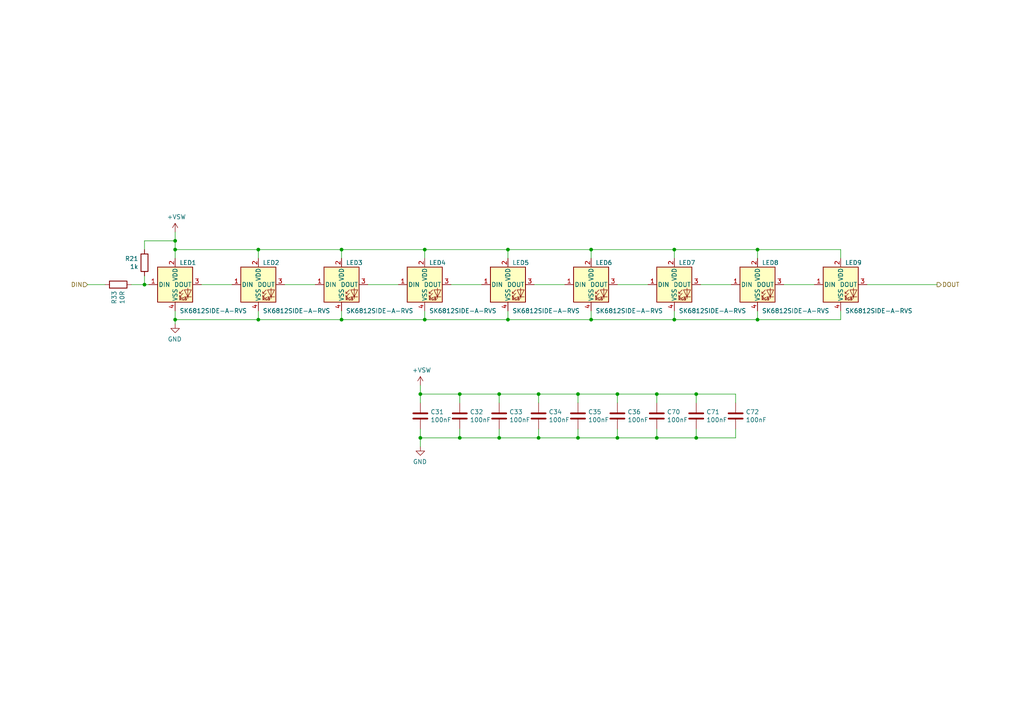
<source format=kicad_sch>
(kicad_sch (version 20230409) (generator eeschema)
  (paper "A4")
  (lib_symbols
    (symbol "Device:C" (pin_numbers hide) (pin_names (offset 0.254))
      (property "Reference" "C" (at 0.635 2.54 0))
      (property "Value" "C" (at 0.635 -2.54 0))
      (symbol "C_0_1"
        (polyline (pts (xy -2.032 -0.762) (xy 2.032 -0.762)) (stroke (width 0.508)))
        (polyline (pts (xy -2.032 0.762) (xy 2.032 0.762)) (stroke (width 0.508)))
      )
      (symbol "C_1_1"
        (pin passive line (at 0 3.81 270) (length 2.794) (name "~") (number "1"))
        (pin passive line (at 0 -3.81 90) (length 2.794) (name "~") (number "2"))
      )
    )
    (symbol "Device:R" (pin_numbers hide) (pin_names (offset 0))
      (property "Reference" "R" (at 2.032 0 90))
      (property "Value" "R" (at 0 0 90))
      (symbol "R_0_1"
        (rectangle (start -1.016 -2.54) (end 1.016 2.54) (stroke (width 0.254)))
      )
      (symbol "R_1_1"
        (pin passive line (at 0 3.81 270) (length 1.27) (name "~") (number "1"))
        (pin passive line (at 0 -3.81 90) (length 1.27) (name "~") (number "2"))
      )
    )
    (symbol "j_LED:SK6812SIDE-A" (pin_names (offset 0.254))
      (property "Reference" "D" (at 5.08 5.715 0))
      (property "Value" "SK6812SIDE-A" (at 1.27 -5.715 0))
      (symbol "SK6812SIDE-A_0_0"
        (text "RGB" (at 2.286 -4.191 0) (effects (font (size 0.762 0.762))))
      )
      (symbol "SK6812SIDE-A_0_1"
        (polyline (pts (xy 1.27 -3.556) (xy 1.778 -3.556)))
        (polyline (pts (xy 1.27 -2.54) (xy 1.778 -2.54)))
        (polyline (pts (xy 4.699 -3.556) (xy 2.667 -3.556)))
        (polyline (pts (xy 2.286 -2.54) (xy 1.27 -3.556) (xy 1.27 -3.048)))
        (polyline (pts (xy 2.286 -1.524) (xy 1.27 -2.54) (xy 1.27 -2.032)))
        (polyline (pts (xy 3.683 -1.016) (xy 3.683 -3.556) (xy 3.683 -4.064)))
        (polyline (pts (xy 4.699 -1.524) (xy 2.667 -1.524) (xy 3.683 -3.556) (xy 4.699 -1.524)))
        (rectangle (start 5.08 5.08) (end -5.08 -5.08) (stroke (width 0.254)) (fill (type background)))
      )
      (symbol "SK6812SIDE-A_1_1"
        (pin input line (at -7.62 0 0) (length 2.54) (name "DIN") (number "1"))
        (pin power_in line (at 0 7.62 270) (length 2.54) (name "VDD") (number "2"))
        (pin output line (at 7.62 0 180) (length 2.54) (name "DOUT") (number "3"))
        (pin power_in line (at 0 -7.62 90) (length 2.54) (name "VSS") (number "4"))
      )
    )
    (symbol "power:+VSW" (power) (pin_names (offset 0))
      (property "Value" "+VSW" (at 0 3.556 0))
      (symbol "+VSW_0_1"
        (polyline (pts (xy -0.762 1.27) (xy 0 2.54)))
        (polyline (pts (xy 0 0) (xy 0 2.54)))
        (polyline (pts (xy 0 2.54) (xy 0.762 1.27)))
      )
      (symbol "+VSW_1_1"
        (pin power_in line (at 0 0 90) (length 0) hide (name "+VSW") (number "1"))
      )
    )
    (symbol "power:GND" (power) (pin_names (offset 0))
      (property "Value" "GND" (at 0 -3.81 0))
      (symbol "GND_0_1"
        (polyline (pts (xy 0 0) (xy 0 -1.27) (xy 1.27 -1.27) (xy 0 -2.54) (xy -1.27 -1.27) (xy 0 -1.27)))
      )
      (symbol "GND_1_1"
        (pin power_in line (at 0 0 270) (length 0) hide (name "GND") (number "1"))
      )
    )
  )
  (junction (at 99.06 72.39))
  (junction (at 167.64 114.3))
  (junction (at 123.19 92.71))
  (junction (at 219.71 92.71))
  (junction (at 171.45 72.39))
  (junction (at 74.93 72.39))
  (junction (at 133.35 114.3))
  (junction (at 156.21 114.3))
  (junction (at 74.93 92.71))
  (junction (at 50.8 69.85))
  (junction (at 123.19 72.39))
  (junction (at 50.8 92.71))
  (junction (at 190.5 114.3))
  (junction (at 133.35 127))
  (junction (at 201.93 127))
  (junction (at 156.21 127))
  (junction (at 219.71 72.39))
  (junction (at 179.07 114.3))
  (junction (at 144.78 114.3))
  (junction (at 121.92 114.3))
  (junction (at 190.5 127))
  (junction (at 147.32 92.71))
  (junction (at 179.07 127))
  (junction (at 167.64 127))
  (junction (at 50.8 72.39))
  (junction (at 99.06 92.71))
  (junction (at 121.92 127))
  (junction (at 41.91 82.55))
  (junction (at 144.78 127))
  (junction (at 147.32 72.39))
  (junction (at 195.58 92.71))
  (junction (at 171.45 92.71))
  (junction (at 195.58 72.39))
  (junction (at 201.93 114.3))
  (wire (pts (xy 201.93 114.3) (xy 213.36 114.3)))
  (wire (pts (xy 179.07 114.3) (xy 190.5 114.3)))
  (wire (pts (xy 50.8 67.31) (xy 50.8 69.85)))
  (wire (pts (xy 251.46 82.55) (xy 271.78 82.55)))
  (wire (pts (xy 133.35 127) (xy 144.78 127)))
  (wire (pts (xy 167.64 124.46) (xy 167.64 127)))
  (wire (pts (xy 74.93 72.39) (xy 99.06 72.39)))
  (wire (pts (xy 227.33 82.55) (xy 236.22 82.55)))
  (wire (pts (xy 171.45 72.39) (xy 195.58 72.39)))
  (wire (pts (xy 121.92 124.46) (xy 121.92 127)))
  (wire (pts (xy 167.64 127) (xy 179.07 127)))
  (wire (pts (xy 99.06 74.93) (xy 99.06 72.39)))
  (wire (pts (xy 121.92 114.3) (xy 121.92 116.84)))
  (wire (pts (xy 213.36 114.3) (xy 213.36 116.84)))
  (wire (pts (xy 167.64 114.3) (xy 156.21 114.3)))
  (wire (pts (xy 123.19 92.71) (xy 147.32 92.71)))
  (wire (pts (xy 195.58 92.71) (xy 195.58 90.17)))
  (wire (pts (xy 144.78 127) (xy 156.21 127)))
  (wire (pts (xy 50.8 72.39) (xy 74.93 72.39)))
  (wire (pts (xy 156.21 127) (xy 167.64 127)))
  (wire (pts (xy 219.71 72.39) (xy 243.84 72.39)))
  (wire (pts (xy 38.1 82.55) (xy 41.91 82.55)))
  (wire (pts (xy 195.58 74.93) (xy 195.58 72.39)))
  (wire (pts (xy 213.36 127) (xy 213.36 124.46)))
  (wire (pts (xy 190.5 124.46) (xy 190.5 127)))
  (wire (pts (xy 121.92 127) (xy 121.92 129.54)))
  (wire (pts (xy 147.32 92.71) (xy 147.32 90.17)))
  (wire (pts (xy 171.45 92.71) (xy 171.45 90.17)))
  (wire (pts (xy 154.94 82.55) (xy 163.83 82.55)))
  (wire (pts (xy 41.91 72.39) (xy 41.91 69.85)))
  (wire (pts (xy 50.8 92.71) (xy 74.93 92.71)))
  (wire (pts (xy 167.64 116.84) (xy 167.64 114.3)))
  (wire (pts (xy 74.93 74.93) (xy 74.93 72.39)))
  (wire (pts (xy 179.07 127) (xy 179.07 124.46)))
  (wire (pts (xy 74.93 92.71) (xy 99.06 92.71)))
  (wire (pts (xy 99.06 72.39) (xy 123.19 72.39)))
  (wire (pts (xy 121.92 127) (xy 133.35 127)))
  (wire (pts (xy 219.71 92.71) (xy 243.84 92.71)))
  (wire (pts (xy 243.84 92.71) (xy 243.84 90.17)))
  (wire (pts (xy 99.06 92.71) (xy 123.19 92.71)))
  (wire (pts (xy 147.32 92.71) (xy 171.45 92.71)))
  (wire (pts (xy 106.68 82.55) (xy 115.57 82.55)))
  (wire (pts (xy 123.19 92.71) (xy 123.19 90.17)))
  (wire (pts (xy 130.81 82.55) (xy 139.7 82.55)))
  (wire (pts (xy 201.93 124.46) (xy 201.93 127)))
  (wire (pts (xy 147.32 74.93) (xy 147.32 72.39)))
  (wire (pts (xy 144.78 116.84) (xy 144.78 114.3)))
  (wire (pts (xy 179.07 114.3) (xy 167.64 114.3)))
  (wire (pts (xy 179.07 82.55) (xy 187.96 82.55)))
  (wire (pts (xy 147.32 72.39) (xy 171.45 72.39)))
  (wire (pts (xy 41.91 69.85) (xy 50.8 69.85)))
  (wire (pts (xy 156.21 116.84) (xy 156.21 114.3)))
  (wire (pts (xy 121.92 111.76) (xy 121.92 114.3)))
  (wire (pts (xy 123.19 74.93) (xy 123.19 72.39)))
  (wire (pts (xy 171.45 92.71) (xy 195.58 92.71)))
  (wire (pts (xy 156.21 124.46) (xy 156.21 127)))
  (wire (pts (xy 219.71 74.93) (xy 219.71 72.39)))
  (wire (pts (xy 195.58 92.71) (xy 219.71 92.71)))
  (wire (pts (xy 203.2 82.55) (xy 212.09 82.55)))
  (wire (pts (xy 243.84 72.39) (xy 243.84 74.93)))
  (wire (pts (xy 43.18 82.55) (xy 41.91 82.55)))
  (wire (pts (xy 123.19 72.39) (xy 147.32 72.39)))
  (wire (pts (xy 50.8 69.85) (xy 50.8 72.39)))
  (wire (pts (xy 41.91 80.01) (xy 41.91 82.55)))
  (wire (pts (xy 201.93 127) (xy 213.36 127)))
  (wire (pts (xy 156.21 114.3) (xy 144.78 114.3)))
  (wire (pts (xy 171.45 74.93) (xy 171.45 72.39)))
  (wire (pts (xy 190.5 114.3) (xy 190.5 116.84)))
  (wire (pts (xy 144.78 114.3) (xy 133.35 114.3)))
  (wire (pts (xy 50.8 93.98) (xy 50.8 92.71)))
  (wire (pts (xy 25.4 82.55) (xy 30.48 82.55)))
  (wire (pts (xy 201.93 114.3) (xy 201.93 116.84)))
  (wire (pts (xy 133.35 114.3) (xy 121.92 114.3)))
  (wire (pts (xy 219.71 92.71) (xy 219.71 90.17)))
  (wire (pts (xy 133.35 116.84) (xy 133.35 114.3)))
  (wire (pts (xy 190.5 114.3) (xy 201.93 114.3)))
  (wire (pts (xy 99.06 92.71) (xy 99.06 90.17)))
  (wire (pts (xy 195.58 72.39) (xy 219.71 72.39)))
  (wire (pts (xy 133.35 124.46) (xy 133.35 127)))
  (wire (pts (xy 179.07 127) (xy 190.5 127)))
  (wire (pts (xy 74.93 92.71) (xy 74.93 90.17)))
  (wire (pts (xy 50.8 72.39) (xy 50.8 74.93)))
  (wire (pts (xy 190.5 127) (xy 201.93 127)))
  (wire (pts (xy 179.07 114.3) (xy 179.07 116.84)))
  (wire (pts (xy 58.42 82.55) (xy 67.31 82.55)))
  (wire (pts (xy 144.78 124.46) (xy 144.78 127)))
  (wire (pts (xy 82.55 82.55) (xy 91.44 82.55)))
  (wire (pts (xy 50.8 92.71) (xy 50.8 90.17)))
  (hierarchical_label "DIN" (shape input) (at 25.4 82.55 180))
  (hierarchical_label "DOUT" (shape output) (at 271.78 82.55 0))
  (symbol (lib_id "Device:C") (at 121.92 120.65 0) (unit 1)
    (property "Reference" "C31" (at 124.841 119.4816 0) (effects (justify left)))
    (property "Value" "100nF" (at 124.841 121.793 0) (effects (justify left)))
    (property "Footprint" "Capacitor_SMD:C_0402_1005Metric" (effects hide))
  )
  (symbol (lib_id "Device:C") (at 133.35 120.65 0) (unit 1)
    (property "Reference" "C32" (at 136.271 119.4816 0) (effects (justify left)))
    (property "Value" "100nF" (at 136.271 121.793 0) (effects (justify left)))
    (property "Footprint" "Capacitor_SMD:C_0402_1005Metric" (effects hide))
  )
  (symbol (lib_id "Device:C") (at 144.78 120.65 0) (unit 1)
    (property "Reference" "C33" (at 147.701 119.4816 0) (effects (justify left)))
    (property "Value" "100nF" (at 147.701 121.793 0) (effects (justify left)))
    (property "Footprint" "Capacitor_SMD:C_0402_1005Metric" (effects hide))
  )
  (symbol (lib_id "Device:C") (at 156.21 120.65 0) (unit 1)
    (property "Reference" "C34" (at 159.131 119.4816 0) (effects (justify left)))
    (property "Value" "100nF" (at 159.131 121.793 0) (effects (justify left)))
    (property "Footprint" "Capacitor_SMD:C_0402_1005Metric" (effects hide))
  )
  (symbol (lib_id "Device:C") (at 167.64 120.65 0) (unit 1)
    (property "Reference" "C35" (at 170.561 119.4816 0) (effects (justify left)))
    (property "Value" "100nF" (at 170.561 121.793 0) (effects (justify left)))
    (property "Footprint" "Capacitor_SMD:C_0402_1005Metric" (effects hide))
  )
  (symbol (lib_id "Device:C") (at 179.07 120.65 0) (unit 1)
    (property "Reference" "C36" (at 181.991 119.4816 0) (effects (justify left)))
    (property "Value" "100nF" (at 181.991 121.793 0) (effects (justify left)))
    (property "Footprint" "Capacitor_SMD:C_0402_1005Metric" (effects hide))
  )
  (symbol (lib_id "power:+VSW") (at 121.92 111.76 0) (unit 1)
    (property "Reference" "#PWR073" (effects hide))
    (property "Value" "+VSW" (at 122.301 107.3658 0))
  )
  (symbol (lib_id "power:GND") (at 121.92 129.54 0) (mirror y) (unit 1)
    (property "Reference" "#PWR074" (effects hide))
    (property "Value" "GND" (at 121.793 133.9342 0))
  )
  (symbol (lib_id "power:GND") (at 50.8 93.98 0) (mirror y) (unit 1)
    (property "Reference" "#PWR072" (effects hide))
    (property "Value" "GND" (at 50.673 98.3742 0))
  )
  (symbol (lib_id "Device:R") (at 41.91 76.2 0) (mirror y) (unit 1)
    (property "Reference" "R21" (at 40.132 75.0316 0) (effects (justify left)))
    (property "Value" "1k" (at 40.132 77.343 0) (effects (justify left)))
    (property "Footprint" "Resistor_SMD:R_0402_1005Metric" (effects hide))
  )
  (symbol (lib_id "power:+VSW") (at 50.8 67.31 0) (unit 1)
    (property "Reference" "#PWR071" (effects hide))
    (property "Value" "+VSW" (at 51.181 62.9158 0))
  )
  (symbol (lib_id "j_LED:SK6812SIDE-A") (at 50.8 82.55 0) (unit 1)
    (property "Reference" "LED1" (at 52.07 76.2 0) (effects (justify left)))
    (property "Value" "SK6812SIDE-A-RVS" (at 52.07 90.17 0) (effects (justify left)))
    (property "Footprint" "jeffmakes-footprints:LED_SK6812SIDE-A" (effects hide))
    (property "Datasheet" "https://cdn-shop.adafruit.com/product-files/1138/SK6812+LED+datasheet+.pdf" (effects hide))
    (property "Manufacturer" "OPSCO Optoelectronics" (effects hide))
    (property "MPN" "SK6812SIDE-A-RVS" (effects hide))
    (property "LCSC" "C2890037" (effects hide))
    (instances (project "tr23-badge-r2" (path "" (reference "LED1") (unit 1)) (path "" (reference "D?") (unit 1))))
  )
  (symbol (lib_id "j_LED:SK6812SIDE-A") (at 123.19 82.55 0) (unit 1)
    (property "Reference" "LED4" (at 124.46 76.2 0) (effects (justify left)))
    (property "Value" "SK6812SIDE-A-RVS" (at 124.46 90.17 0) (effects (justify left)))
    (property "Footprint" "jeffmakes-footprints:LED_SK6812SIDE-A" (effects hide))
    (property "Datasheet" "https://cdn-shop.adafruit.com/product-files/1138/SK6812+LED+datasheet+.pdf" (effects hide))
    (property "Manufacturer" "OPSCO Optoelectronics" (effects hide))
    (property "MPN" "SK6812SIDE-A-RVS" (effects hide))
    (property "LCSC" "C2890037" (effects hide))
    (instances (project "tr23-badge-r2" (path "" (reference "LED4") (unit 1)) (path "" (reference "D?") (unit 1))))
  )
  (symbol (lib_id "Device:C") (at 213.36 120.65 0) (unit 1)
    (property "Reference" "C72" (at 216.281 119.4816 0) (effects (justify left)))
    (property "Value" "100nF" (at 216.281 121.793 0) (effects (justify left)))
    (property "Footprint" "Capacitor_SMD:C_0402_1005Metric" (effects hide))
  )
  (symbol (lib_id "j_LED:SK6812SIDE-A") (at 74.93 82.55 0) (unit 1)
    (property "Reference" "LED2" (at 76.2 76.2 0) (effects (justify left)))
    (property "Value" "SK6812SIDE-A-RVS" (at 76.2 90.17 0) (effects (justify left)))
    (property "Footprint" "jeffmakes-footprints:LED_SK6812SIDE-A" (effects hide))
    (property "Datasheet" "https://cdn-shop.adafruit.com/product-files/1138/SK6812+LED+datasheet+.pdf" (effects hide))
    (property "Manufacturer" "OPSCO Optoelectronics" (effects hide))
    (property "MPN" "SK6812SIDE-A-RVS" (effects hide))
    (property "LCSC" "C2890037" (effects hide))
    (instances (project "tr23-badge-r2" (path "" (reference "LED2") (unit 1)) (path "" (reference "D?") (unit 1))))
  )
  (symbol (lib_id "Device:C") (at 190.5 120.65 0) (unit 1)
    (property "Reference" "C70" (at 193.421 119.4816 0) (effects (justify left)))
    (property "Value" "100nF" (at 193.421 121.793 0) (effects (justify left)))
    (property "Footprint" "Capacitor_SMD:C_0402_1005Metric" (effects hide))
  )
  (symbol (lib_id "Device:C") (at 201.93 120.65 0) (unit 1)
    (property "Reference" "C71" (at 204.851 119.4816 0) (effects (justify left)))
    (property "Value" "100nF" (at 204.851 121.793 0) (effects (justify left)))
    (property "Footprint" "Capacitor_SMD:C_0402_1005Metric" (effects hide))
  )
  (symbol (lib_id "Device:R") (at 34.29 82.55 90) (mirror x) (unit 1)
    (property "Reference" "R33" (at 33.1216 84.328 0) (effects (justify left)))
    (property "Value" "10R" (at 35.433 84.328 0) (effects (justify left)))
    (property "Footprint" "Resistor_SMD:R_0402_1005Metric" (effects hide))
  )
  (symbol (lib_id "j_LED:SK6812SIDE-A") (at 147.32 82.55 0) (unit 1)
    (property "Reference" "LED5" (at 148.59 76.2 0) (effects (justify left)))
    (property "Value" "SK6812SIDE-A-RVS" (at 148.59 90.17 0) (effects (justify left)))
    (property "Footprint" "jeffmakes-footprints:LED_SK6812SIDE-A" (effects hide))
    (property "Datasheet" "https://cdn-shop.adafruit.com/product-files/1138/SK6812+LED+datasheet+.pdf" (effects hide))
    (property "Manufacturer" "OPSCO Optoelectronics" (effects hide))
    (property "MPN" "SK6812SIDE-A-RVS" (effects hide))
    (property "LCSC" "C2890037" (effects hide))
    (instances (project "tr23-badge-r2" (path "" (reference "LED5") (unit 1)) (path "" (reference "D?") (unit 1))))
  )
  (symbol (lib_id "j_LED:SK6812SIDE-A") (at 219.71 82.55 0) (unit 1)
    (property "Reference" "LED8" (at 220.98 76.2 0) (effects (justify left)))
    (property "Value" "SK6812SIDE-A-RVS" (at 220.98 90.17 0) (effects (justify left)))
    (property "Footprint" "jeffmakes-footprints:LED_SK6812SIDE-A" (effects hide))
    (property "Datasheet" "https://cdn-shop.adafruit.com/product-files/1138/SK6812+LED+datasheet+.pdf" (effects hide))
    (property "Manufacturer" "OPSCO Optoelectronics" (effects hide))
    (property "MPN" "SK6812SIDE-A-RVS" (effects hide))
    (property "LCSC" "C2890037" (effects hide))
    (instances (project "tr23-badge-r2" (path "" (reference "LED8") (unit 1)) (path "" (reference "D?") (unit 1))))
  )
  (symbol (lib_id "j_LED:SK6812SIDE-A") (at 99.06 82.55 0) (unit 1)
    (property "Reference" "LED3" (at 100.33 76.2 0) (effects (justify left)))
    (property "Value" "SK6812SIDE-A-RVS" (at 100.33 90.17 0) (effects (justify left)))
    (property "Footprint" "jeffmakes-footprints:LED_SK6812SIDE-A" (effects hide))
    (property "Datasheet" "https://cdn-shop.adafruit.com/product-files/1138/SK6812+LED+datasheet+.pdf" (effects hide))
    (property "Manufacturer" "OPSCO Optoelectronics" (effects hide))
    (property "MPN" "SK6812SIDE-A-RVS" (effects hide))
    (property "LCSC" "C2890037" (effects hide))
    (instances (project "tr23-badge-r2" (path "" (reference "LED3") (unit 1)) (path "" (reference "D?") (unit 1))))
  )
  (symbol (lib_id "j_LED:SK6812SIDE-A") (at 243.84 82.55 0) (unit 1)
    (property "Reference" "LED9" (at 245.11 76.2 0) (effects (justify left)))
    (property "Value" "SK6812SIDE-A-RVS" (at 245.11 90.17 0) (effects (justify left)))
    (property "Footprint" "jeffmakes-footprints:LED_SK6812SIDE-A" (effects hide))
    (property "Datasheet" "https://cdn-shop.adafruit.com/product-files/1138/SK6812+LED+datasheet+.pdf" (effects hide))
    (property "Manufacturer" "OPSCO Optoelectronics" (effects hide))
    (property "MPN" "SK6812SIDE-A-RVS" (effects hide))
    (property "LCSC" "C2890037" (effects hide))
    (instances (project "tr23-badge-r2" (path "" (reference "LED9") (unit 1)) (path "" (reference "D?") (unit 1))))
  )
  (symbol (lib_id "j_LED:SK6812SIDE-A") (at 171.45 82.55 0) (unit 1)
    (property "Reference" "LED6" (at 172.72 76.2 0) (effects (justify left)))
    (property "Value" "SK6812SIDE-A-RVS" (at 172.72 90.17 0) (effects (justify left)))
    (property "Footprint" "jeffmakes-footprints:LED_SK6812SIDE-A" (effects hide))
    (property "Datasheet" "https://cdn-shop.adafruit.com/product-files/1138/SK6812+LED+datasheet+.pdf" (effects hide))
    (property "Manufacturer" "OPSCO Optoelectronics" (effects hide))
    (property "MPN" "SK6812SIDE-A-RVS" (effects hide))
    (property "LCSC" "C2890037" (effects hide))
    (instances (project "tr23-badge-r2" (path "" (reference "LED6") (unit 1)) (path "" (reference "D?") (unit 1))))
  )
  (symbol (lib_id "j_LED:SK6812SIDE-A") (at 195.58 82.55 0) (unit 1)
    (property "Reference" "LED7" (at 196.85 76.2 0) (effects (justify left)))
    (property "Value" "SK6812SIDE-A-RVS" (at 196.85 90.17 0) (effects (justify left)))
    (property "Footprint" "jeffmakes-footprints:LED_SK6812SIDE-A" (effects hide))
    (property "Datasheet" "https://cdn-shop.adafruit.com/product-files/1138/SK6812+LED+datasheet+.pdf" (effects hide))
    (property "Manufacturer" "OPSCO Optoelectronics" (effects hide))
    (property "MPN" "SK6812SIDE-A-RVS" (effects hide))
    (property "LCSC" "C2890037" (effects hide))
    (instances (project "tr23-badge-r2" (path "" (reference "LED7") (unit 1)) (path "" (reference "D?") (unit 1))))
  )
)
</source>
